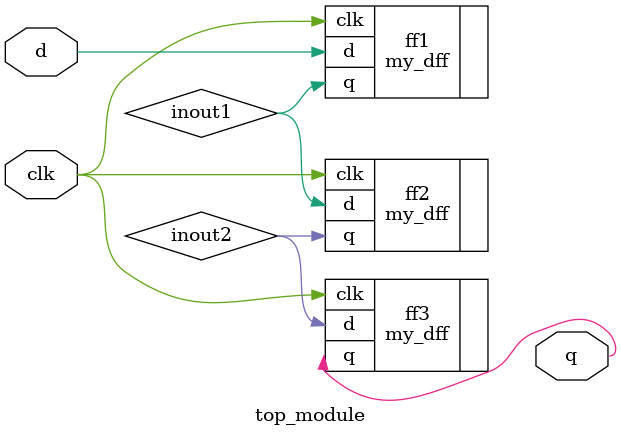
<source format=v>
module top_module ( input clk, input d, output q );

    wire inout1; 
    wire inout2;
    
    my_dff ff1 (.clk(clk), .d(d), .q(inout1));
    my_dff ff2 (.clk(clk), .d(inout1), .q(inout2));
    my_dff ff3 (.clk(clk), .d(inout2), .q(q));
    
endmodule

</source>
